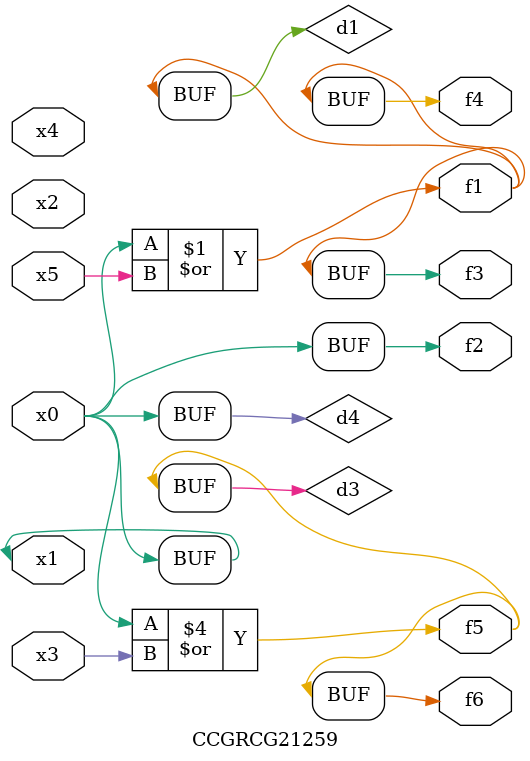
<source format=v>
module CCGRCG21259(
	input x0, x1, x2, x3, x4, x5,
	output f1, f2, f3, f4, f5, f6
);

	wire d1, d2, d3, d4;

	or (d1, x0, x5);
	xnor (d2, x1, x4);
	or (d3, x0, x3);
	buf (d4, x0, x1);
	assign f1 = d1;
	assign f2 = d4;
	assign f3 = d1;
	assign f4 = d1;
	assign f5 = d3;
	assign f6 = d3;
endmodule

</source>
